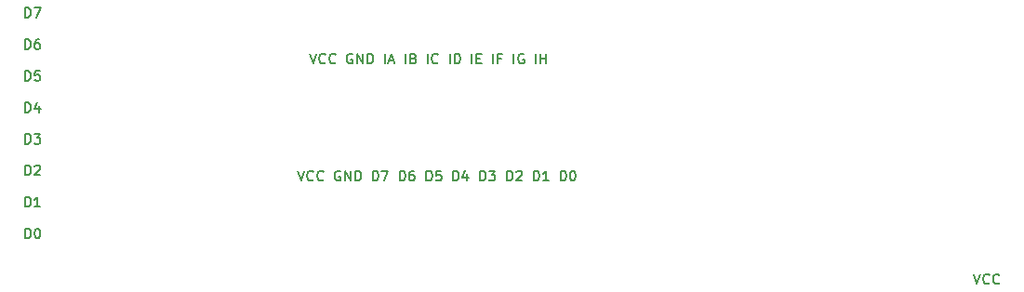
<source format=gbr>
G04 (created by PCBNEW (2013-07-07 BZR 4022)-stable) date 09-Jan-14 2:58:25 PM*
%MOIN*%
G04 Gerber Fmt 3.4, Leading zero omitted, Abs format*
%FSLAX34Y34*%
G01*
G70*
G90*
G04 APERTURE LIST*
%ADD10C,0.00590551*%
%ADD11C,0.00688976*%
G04 APERTURE END LIST*
G54D10*
G54D11*
X74438Y-51343D02*
X74438Y-50989D01*
X74522Y-50989D01*
X74573Y-51005D01*
X74607Y-51039D01*
X74624Y-51073D01*
X74640Y-51140D01*
X74640Y-51191D01*
X74624Y-51259D01*
X74607Y-51292D01*
X74573Y-51326D01*
X74522Y-51343D01*
X74438Y-51343D01*
X74759Y-50989D02*
X74995Y-50989D01*
X74843Y-51343D01*
X74438Y-52473D02*
X74438Y-52119D01*
X74522Y-52119D01*
X74573Y-52135D01*
X74607Y-52169D01*
X74624Y-52203D01*
X74640Y-52270D01*
X74640Y-52321D01*
X74624Y-52388D01*
X74607Y-52422D01*
X74573Y-52456D01*
X74522Y-52473D01*
X74438Y-52473D01*
X74944Y-52119D02*
X74877Y-52119D01*
X74843Y-52135D01*
X74826Y-52152D01*
X74792Y-52203D01*
X74775Y-52270D01*
X74775Y-52405D01*
X74792Y-52439D01*
X74809Y-52456D01*
X74843Y-52473D01*
X74910Y-52473D01*
X74944Y-52456D01*
X74961Y-52439D01*
X74978Y-52405D01*
X74978Y-52321D01*
X74961Y-52287D01*
X74944Y-52270D01*
X74910Y-52253D01*
X74843Y-52253D01*
X74809Y-52270D01*
X74792Y-52287D01*
X74775Y-52321D01*
X74438Y-53603D02*
X74438Y-53248D01*
X74522Y-53248D01*
X74573Y-53265D01*
X74607Y-53299D01*
X74624Y-53333D01*
X74640Y-53400D01*
X74640Y-53451D01*
X74624Y-53518D01*
X74607Y-53552D01*
X74573Y-53586D01*
X74522Y-53603D01*
X74438Y-53603D01*
X74961Y-53248D02*
X74792Y-53248D01*
X74775Y-53417D01*
X74792Y-53400D01*
X74826Y-53383D01*
X74910Y-53383D01*
X74944Y-53400D01*
X74961Y-53417D01*
X74978Y-53451D01*
X74978Y-53535D01*
X74961Y-53569D01*
X74944Y-53586D01*
X74910Y-53603D01*
X74826Y-53603D01*
X74792Y-53586D01*
X74775Y-53569D01*
X74438Y-54733D02*
X74438Y-54378D01*
X74522Y-54378D01*
X74573Y-54395D01*
X74607Y-54429D01*
X74624Y-54463D01*
X74640Y-54530D01*
X74640Y-54581D01*
X74624Y-54648D01*
X74607Y-54682D01*
X74573Y-54716D01*
X74522Y-54733D01*
X74438Y-54733D01*
X74944Y-54496D02*
X74944Y-54733D01*
X74860Y-54361D02*
X74775Y-54615D01*
X74995Y-54615D01*
X74438Y-55863D02*
X74438Y-55508D01*
X74522Y-55508D01*
X74573Y-55525D01*
X74607Y-55559D01*
X74624Y-55593D01*
X74640Y-55660D01*
X74640Y-55711D01*
X74624Y-55778D01*
X74607Y-55812D01*
X74573Y-55846D01*
X74522Y-55863D01*
X74438Y-55863D01*
X74759Y-55508D02*
X74978Y-55508D01*
X74860Y-55643D01*
X74910Y-55643D01*
X74944Y-55660D01*
X74961Y-55677D01*
X74978Y-55711D01*
X74978Y-55795D01*
X74961Y-55829D01*
X74944Y-55846D01*
X74910Y-55863D01*
X74809Y-55863D01*
X74775Y-55846D01*
X74759Y-55829D01*
X74438Y-56993D02*
X74438Y-56638D01*
X74522Y-56638D01*
X74573Y-56655D01*
X74607Y-56689D01*
X74624Y-56723D01*
X74640Y-56790D01*
X74640Y-56841D01*
X74624Y-56908D01*
X74607Y-56942D01*
X74573Y-56976D01*
X74522Y-56993D01*
X74438Y-56993D01*
X74775Y-56672D02*
X74792Y-56655D01*
X74826Y-56638D01*
X74910Y-56638D01*
X74944Y-56655D01*
X74961Y-56672D01*
X74978Y-56706D01*
X74978Y-56739D01*
X74961Y-56790D01*
X74759Y-56993D01*
X74978Y-56993D01*
X74438Y-58122D02*
X74438Y-57768D01*
X74522Y-57768D01*
X74573Y-57785D01*
X74607Y-57819D01*
X74624Y-57852D01*
X74640Y-57920D01*
X74640Y-57971D01*
X74624Y-58038D01*
X74607Y-58072D01*
X74573Y-58106D01*
X74522Y-58122D01*
X74438Y-58122D01*
X74978Y-58122D02*
X74775Y-58122D01*
X74877Y-58122D02*
X74877Y-57768D01*
X74843Y-57819D01*
X74809Y-57852D01*
X74775Y-57869D01*
X74438Y-59252D02*
X74438Y-58898D01*
X74522Y-58898D01*
X74573Y-58915D01*
X74607Y-58949D01*
X74624Y-58982D01*
X74640Y-59050D01*
X74640Y-59101D01*
X74624Y-59168D01*
X74607Y-59202D01*
X74573Y-59235D01*
X74522Y-59252D01*
X74438Y-59252D01*
X74860Y-58898D02*
X74894Y-58898D01*
X74927Y-58915D01*
X74944Y-58932D01*
X74961Y-58966D01*
X74978Y-59033D01*
X74978Y-59117D01*
X74961Y-59185D01*
X74944Y-59219D01*
X74927Y-59235D01*
X74894Y-59252D01*
X74860Y-59252D01*
X74826Y-59235D01*
X74809Y-59219D01*
X74792Y-59185D01*
X74775Y-59117D01*
X74775Y-59033D01*
X74792Y-58966D01*
X74809Y-58932D01*
X74826Y-58915D01*
X74860Y-58898D01*
X108427Y-60539D02*
X108545Y-60893D01*
X108663Y-60539D01*
X108984Y-60859D02*
X108967Y-60876D01*
X108916Y-60893D01*
X108883Y-60893D01*
X108832Y-60876D01*
X108798Y-60842D01*
X108781Y-60809D01*
X108765Y-60741D01*
X108765Y-60690D01*
X108781Y-60623D01*
X108798Y-60589D01*
X108832Y-60555D01*
X108883Y-60539D01*
X108916Y-60539D01*
X108967Y-60555D01*
X108984Y-60572D01*
X109338Y-60859D02*
X109321Y-60876D01*
X109271Y-60893D01*
X109237Y-60893D01*
X109186Y-60876D01*
X109153Y-60842D01*
X109136Y-60809D01*
X109119Y-60741D01*
X109119Y-60690D01*
X109136Y-60623D01*
X109153Y-60589D01*
X109186Y-60555D01*
X109237Y-60539D01*
X109271Y-60539D01*
X109321Y-60555D01*
X109338Y-60572D01*
X84639Y-52639D02*
X84757Y-52993D01*
X84875Y-52639D01*
X85196Y-52959D02*
X85179Y-52976D01*
X85128Y-52993D01*
X85095Y-52993D01*
X85044Y-52976D01*
X85010Y-52942D01*
X84993Y-52909D01*
X84977Y-52841D01*
X84977Y-52790D01*
X84993Y-52723D01*
X85010Y-52689D01*
X85044Y-52655D01*
X85095Y-52639D01*
X85128Y-52639D01*
X85179Y-52655D01*
X85196Y-52672D01*
X85550Y-52959D02*
X85533Y-52976D01*
X85483Y-52993D01*
X85449Y-52993D01*
X85398Y-52976D01*
X85365Y-52942D01*
X85348Y-52909D01*
X85331Y-52841D01*
X85331Y-52790D01*
X85348Y-52723D01*
X85365Y-52689D01*
X85398Y-52655D01*
X85449Y-52639D01*
X85483Y-52639D01*
X85533Y-52655D01*
X85550Y-52672D01*
X86158Y-52655D02*
X86124Y-52639D01*
X86073Y-52639D01*
X86023Y-52655D01*
X85989Y-52689D01*
X85972Y-52723D01*
X85955Y-52790D01*
X85955Y-52841D01*
X85972Y-52909D01*
X85989Y-52942D01*
X86023Y-52976D01*
X86073Y-52993D01*
X86107Y-52993D01*
X86158Y-52976D01*
X86175Y-52959D01*
X86175Y-52841D01*
X86107Y-52841D01*
X86326Y-52993D02*
X86326Y-52639D01*
X86529Y-52993D01*
X86529Y-52639D01*
X86698Y-52993D02*
X86698Y-52639D01*
X86782Y-52639D01*
X86833Y-52655D01*
X86866Y-52689D01*
X86883Y-52723D01*
X86900Y-52790D01*
X86900Y-52841D01*
X86883Y-52909D01*
X86866Y-52942D01*
X86833Y-52976D01*
X86782Y-52993D01*
X86698Y-52993D01*
X87322Y-52993D02*
X87322Y-52639D01*
X87474Y-52892D02*
X87642Y-52892D01*
X87440Y-52993D02*
X87558Y-52639D01*
X87676Y-52993D01*
X88064Y-52993D02*
X88064Y-52639D01*
X88351Y-52807D02*
X88402Y-52824D01*
X88419Y-52841D01*
X88435Y-52875D01*
X88435Y-52925D01*
X88419Y-52959D01*
X88402Y-52976D01*
X88368Y-52993D01*
X88233Y-52993D01*
X88233Y-52639D01*
X88351Y-52639D01*
X88385Y-52655D01*
X88402Y-52672D01*
X88419Y-52706D01*
X88419Y-52740D01*
X88402Y-52774D01*
X88385Y-52790D01*
X88351Y-52807D01*
X88233Y-52807D01*
X88857Y-52993D02*
X88857Y-52639D01*
X89229Y-52959D02*
X89212Y-52976D01*
X89161Y-52993D01*
X89127Y-52993D01*
X89077Y-52976D01*
X89043Y-52942D01*
X89026Y-52909D01*
X89009Y-52841D01*
X89009Y-52790D01*
X89026Y-52723D01*
X89043Y-52689D01*
X89077Y-52655D01*
X89127Y-52639D01*
X89161Y-52639D01*
X89212Y-52655D01*
X89229Y-52672D01*
X89650Y-52993D02*
X89650Y-52639D01*
X89819Y-52993D02*
X89819Y-52639D01*
X89903Y-52639D01*
X89954Y-52655D01*
X89988Y-52689D01*
X90005Y-52723D01*
X90022Y-52790D01*
X90022Y-52841D01*
X90005Y-52909D01*
X89988Y-52942D01*
X89954Y-52976D01*
X89903Y-52993D01*
X89819Y-52993D01*
X90443Y-52993D02*
X90443Y-52639D01*
X90612Y-52807D02*
X90730Y-52807D01*
X90781Y-52993D02*
X90612Y-52993D01*
X90612Y-52639D01*
X90781Y-52639D01*
X91203Y-52993D02*
X91203Y-52639D01*
X91489Y-52807D02*
X91371Y-52807D01*
X91371Y-52993D02*
X91371Y-52639D01*
X91540Y-52639D01*
X91945Y-52993D02*
X91945Y-52639D01*
X92299Y-52655D02*
X92266Y-52639D01*
X92215Y-52639D01*
X92164Y-52655D01*
X92131Y-52689D01*
X92114Y-52723D01*
X92097Y-52790D01*
X92097Y-52841D01*
X92114Y-52909D01*
X92131Y-52942D01*
X92164Y-52976D01*
X92215Y-52993D01*
X92249Y-52993D01*
X92299Y-52976D01*
X92316Y-52959D01*
X92316Y-52841D01*
X92249Y-52841D01*
X92738Y-52993D02*
X92738Y-52639D01*
X92907Y-52993D02*
X92907Y-52639D01*
X92907Y-52807D02*
X93109Y-52807D01*
X93109Y-52993D02*
X93109Y-52639D01*
X84205Y-56839D02*
X84323Y-57193D01*
X84441Y-56839D01*
X84762Y-57159D02*
X84745Y-57176D01*
X84694Y-57193D01*
X84661Y-57193D01*
X84610Y-57176D01*
X84576Y-57142D01*
X84559Y-57109D01*
X84543Y-57041D01*
X84543Y-56990D01*
X84559Y-56923D01*
X84576Y-56889D01*
X84610Y-56855D01*
X84661Y-56839D01*
X84694Y-56839D01*
X84745Y-56855D01*
X84762Y-56872D01*
X85116Y-57159D02*
X85099Y-57176D01*
X85049Y-57193D01*
X85015Y-57193D01*
X84964Y-57176D01*
X84931Y-57142D01*
X84914Y-57109D01*
X84897Y-57041D01*
X84897Y-56990D01*
X84914Y-56923D01*
X84931Y-56889D01*
X84964Y-56855D01*
X85015Y-56839D01*
X85049Y-56839D01*
X85099Y-56855D01*
X85116Y-56872D01*
X85724Y-56855D02*
X85690Y-56839D01*
X85639Y-56839D01*
X85589Y-56855D01*
X85555Y-56889D01*
X85538Y-56923D01*
X85521Y-56990D01*
X85521Y-57041D01*
X85538Y-57109D01*
X85555Y-57142D01*
X85589Y-57176D01*
X85639Y-57193D01*
X85673Y-57193D01*
X85724Y-57176D01*
X85741Y-57159D01*
X85741Y-57041D01*
X85673Y-57041D01*
X85892Y-57193D02*
X85892Y-56839D01*
X86095Y-57193D01*
X86095Y-56839D01*
X86264Y-57193D02*
X86264Y-56839D01*
X86348Y-56839D01*
X86399Y-56855D01*
X86432Y-56889D01*
X86449Y-56923D01*
X86466Y-56990D01*
X86466Y-57041D01*
X86449Y-57109D01*
X86432Y-57142D01*
X86399Y-57176D01*
X86348Y-57193D01*
X86264Y-57193D01*
X86888Y-57193D02*
X86888Y-56839D01*
X86972Y-56839D01*
X87023Y-56855D01*
X87057Y-56889D01*
X87074Y-56923D01*
X87090Y-56990D01*
X87090Y-57041D01*
X87074Y-57109D01*
X87057Y-57142D01*
X87023Y-57176D01*
X86972Y-57193D01*
X86888Y-57193D01*
X87208Y-56839D02*
X87445Y-56839D01*
X87293Y-57193D01*
X87850Y-57193D02*
X87850Y-56839D01*
X87934Y-56839D01*
X87985Y-56855D01*
X88018Y-56889D01*
X88035Y-56923D01*
X88052Y-56990D01*
X88052Y-57041D01*
X88035Y-57109D01*
X88018Y-57142D01*
X87985Y-57176D01*
X87934Y-57193D01*
X87850Y-57193D01*
X88356Y-56839D02*
X88288Y-56839D01*
X88255Y-56855D01*
X88238Y-56872D01*
X88204Y-56923D01*
X88187Y-56990D01*
X88187Y-57125D01*
X88204Y-57159D01*
X88221Y-57176D01*
X88255Y-57193D01*
X88322Y-57193D01*
X88356Y-57176D01*
X88373Y-57159D01*
X88390Y-57125D01*
X88390Y-57041D01*
X88373Y-57007D01*
X88356Y-56990D01*
X88322Y-56974D01*
X88255Y-56974D01*
X88221Y-56990D01*
X88204Y-57007D01*
X88187Y-57041D01*
X88811Y-57193D02*
X88811Y-56839D01*
X88896Y-56839D01*
X88946Y-56855D01*
X88980Y-56889D01*
X88997Y-56923D01*
X89014Y-56990D01*
X89014Y-57041D01*
X88997Y-57109D01*
X88980Y-57142D01*
X88946Y-57176D01*
X88896Y-57193D01*
X88811Y-57193D01*
X89334Y-56839D02*
X89166Y-56839D01*
X89149Y-57007D01*
X89166Y-56990D01*
X89200Y-56974D01*
X89284Y-56974D01*
X89318Y-56990D01*
X89334Y-57007D01*
X89351Y-57041D01*
X89351Y-57125D01*
X89334Y-57159D01*
X89318Y-57176D01*
X89284Y-57193D01*
X89200Y-57193D01*
X89166Y-57176D01*
X89149Y-57159D01*
X89773Y-57193D02*
X89773Y-56839D01*
X89858Y-56839D01*
X89908Y-56855D01*
X89942Y-56889D01*
X89959Y-56923D01*
X89976Y-56990D01*
X89976Y-57041D01*
X89959Y-57109D01*
X89942Y-57142D01*
X89908Y-57176D01*
X89858Y-57193D01*
X89773Y-57193D01*
X90279Y-56957D02*
X90279Y-57193D01*
X90195Y-56822D02*
X90111Y-57075D01*
X90330Y-57075D01*
X90735Y-57193D02*
X90735Y-56839D01*
X90819Y-56839D01*
X90870Y-56855D01*
X90904Y-56889D01*
X90921Y-56923D01*
X90937Y-56990D01*
X90937Y-57041D01*
X90921Y-57109D01*
X90904Y-57142D01*
X90870Y-57176D01*
X90819Y-57193D01*
X90735Y-57193D01*
X91056Y-56839D02*
X91275Y-56839D01*
X91157Y-56974D01*
X91207Y-56974D01*
X91241Y-56990D01*
X91258Y-57007D01*
X91275Y-57041D01*
X91275Y-57125D01*
X91258Y-57159D01*
X91241Y-57176D01*
X91207Y-57193D01*
X91106Y-57193D01*
X91072Y-57176D01*
X91056Y-57159D01*
X91697Y-57193D02*
X91697Y-56839D01*
X91781Y-56839D01*
X91832Y-56855D01*
X91865Y-56889D01*
X91882Y-56923D01*
X91899Y-56990D01*
X91899Y-57041D01*
X91882Y-57109D01*
X91865Y-57142D01*
X91832Y-57176D01*
X91781Y-57193D01*
X91697Y-57193D01*
X92034Y-56872D02*
X92051Y-56855D01*
X92085Y-56839D01*
X92169Y-56839D01*
X92203Y-56855D01*
X92220Y-56872D01*
X92237Y-56906D01*
X92237Y-56940D01*
X92220Y-56990D01*
X92017Y-57193D01*
X92237Y-57193D01*
X92658Y-57193D02*
X92658Y-56839D01*
X92743Y-56839D01*
X92793Y-56855D01*
X92827Y-56889D01*
X92844Y-56923D01*
X92861Y-56990D01*
X92861Y-57041D01*
X92844Y-57109D01*
X92827Y-57142D01*
X92793Y-57176D01*
X92743Y-57193D01*
X92658Y-57193D01*
X93198Y-57193D02*
X92996Y-57193D01*
X93097Y-57193D02*
X93097Y-56839D01*
X93063Y-56889D01*
X93030Y-56923D01*
X92996Y-56940D01*
X93620Y-57193D02*
X93620Y-56839D01*
X93705Y-56839D01*
X93755Y-56855D01*
X93789Y-56889D01*
X93806Y-56923D01*
X93823Y-56990D01*
X93823Y-57041D01*
X93806Y-57109D01*
X93789Y-57142D01*
X93755Y-57176D01*
X93705Y-57193D01*
X93620Y-57193D01*
X94042Y-56839D02*
X94076Y-56839D01*
X94110Y-56855D01*
X94126Y-56872D01*
X94143Y-56906D01*
X94160Y-56974D01*
X94160Y-57058D01*
X94143Y-57125D01*
X94126Y-57159D01*
X94110Y-57176D01*
X94076Y-57193D01*
X94042Y-57193D01*
X94008Y-57176D01*
X93991Y-57159D01*
X93975Y-57125D01*
X93958Y-57058D01*
X93958Y-56974D01*
X93975Y-56906D01*
X93991Y-56872D01*
X94008Y-56855D01*
X94042Y-56839D01*
M02*

</source>
